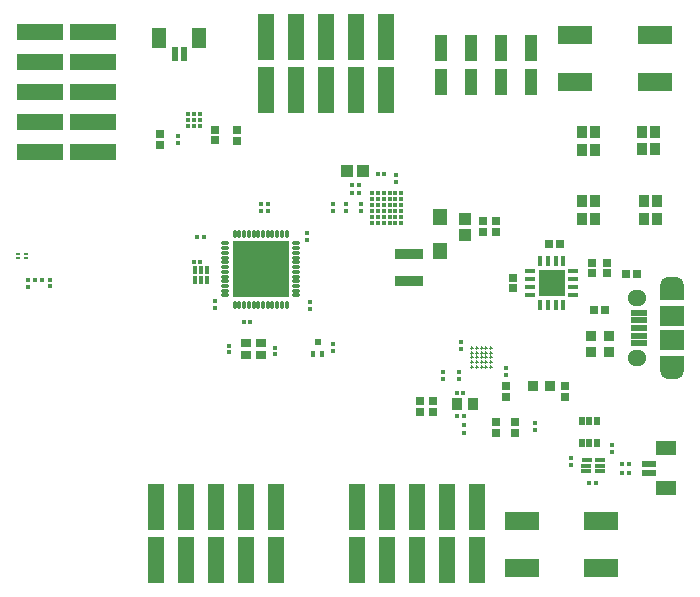
<source format=gts>
G04 Layer_Color=8388736*
%FSLAX25Y25*%
%MOIN*%
G70*
G01*
G75*
%ADD76R,0.01181X0.00984*%
%ADD87R,0.11227X0.05912*%
%ADD88R,0.01575X0.01772*%
%ADD89R,0.01772X0.01575*%
%ADD90R,0.03550X0.03550*%
%ADD91R,0.05400X0.15400*%
%ADD92R,0.15400X0.05400*%
%ADD93R,0.02369X0.04731*%
%ADD94R,0.05124X0.07093*%
%ADD95R,0.02762X0.02920*%
%ADD96R,0.02920X0.02762*%
%ADD97R,0.03550X0.04337*%
%ADD98R,0.01654X0.01654*%
%ADD99R,0.01654X0.01654*%
%ADD100R,0.04337X0.03943*%
%ADD101R,0.01384X0.02565*%
G04:AMPARAMS|DCode=102|XSize=12.94mil|YSize=12.94mil|CornerRadius=6.47mil|HoleSize=0mil|Usage=FLASHONLY|Rotation=0.000|XOffset=0mil|YOffset=0mil|HoleType=Round|Shape=RoundedRectangle|*
%AMROUNDEDRECTD102*
21,1,0.01294,0.00000,0,0,0.0*
21,1,0.00000,0.01294,0,0,0.0*
1,1,0.01294,0.00000,0.00000*
1,1,0.01294,0.00000,0.00000*
1,1,0.01294,0.00000,0.00000*
1,1,0.01294,0.00000,0.00000*
%
%ADD102ROUNDEDRECTD102*%
%ADD103C,0.01476*%
%ADD104C,0.01437*%
%ADD105R,0.04731X0.02369*%
%ADD106R,0.07093X0.05124*%
%ADD107R,0.03943X0.04337*%
%ADD108R,0.03195X0.04022*%
%ADD109R,0.09455X0.03747*%
%ADD110R,0.04416X0.09022*%
%ADD111R,0.01581X0.03235*%
%ADD112R,0.03235X0.01581*%
%ADD113R,0.08668X0.08668*%
%ADD114O,0.02959X0.01187*%
%ADD115O,0.01187X0.02959*%
%ADD116R,0.18904X0.18904*%
%ADD117R,0.02565X0.02762*%
%ADD118R,0.01975X0.02998*%
%ADD119R,0.05124X0.05321*%
%ADD120R,0.03740X0.01496*%
%ADD121R,0.03347X0.01496*%
%ADD122R,0.01817X0.02369*%
%ADD123R,0.01975X0.02369*%
%ADD124R,0.07880X0.05124*%
%ADD125R,0.05715X0.01975*%
%ADD126R,0.07880X0.06699*%
%ADD127R,0.03353X0.02959*%
%ADD128O,0.06306X0.05321*%
%ADD129O,0.07880X0.05223*%
%ADD130C,0.00598*%
D76*
X8816Y114148D02*
D03*
X8816Y115526D02*
D03*
X6454Y115526D02*
D03*
X6454Y114148D02*
D03*
D87*
X200787Y10726D02*
D03*
Y26474D02*
D03*
X174213Y10726D02*
D03*
Y26474D02*
D03*
X191913Y188474D02*
D03*
Y172726D02*
D03*
X218487Y188474D02*
D03*
Y172726D02*
D03*
D88*
X198981Y39073D02*
D03*
X196619D02*
D03*
X154881Y61423D02*
D03*
X152519D02*
D03*
X207619Y45573D02*
D03*
X209981D02*
D03*
X14381Y106998D02*
D03*
X12019D02*
D03*
D89*
X190800Y47435D02*
D03*
Y45073D02*
D03*
X204300Y51935D02*
D03*
Y49573D02*
D03*
X154100Y83742D02*
D03*
Y86104D02*
D03*
X155000Y56042D02*
D03*
Y58404D02*
D03*
X153200Y73761D02*
D03*
Y76123D02*
D03*
X168900Y75323D02*
D03*
Y77685D02*
D03*
X132200Y139619D02*
D03*
Y141981D02*
D03*
X111179Y129803D02*
D03*
Y132165D02*
D03*
X59500Y152419D02*
D03*
Y154781D02*
D03*
X111200Y83119D02*
D03*
Y85481D02*
D03*
X178500Y56719D02*
D03*
Y59081D02*
D03*
X89700Y129819D02*
D03*
Y132181D02*
D03*
X87200Y129819D02*
D03*
Y132181D02*
D03*
X147900Y76204D02*
D03*
Y73842D02*
D03*
D90*
X197247Y88373D02*
D03*
X203153D02*
D03*
X183753Y71523D02*
D03*
X177847D02*
D03*
X197247Y82873D02*
D03*
X203153D02*
D03*
D91*
X92400Y31150D02*
D03*
Y13650D02*
D03*
X82400Y31150D02*
D03*
Y13650D02*
D03*
X72400Y31150D02*
D03*
Y13650D02*
D03*
X62400Y31150D02*
D03*
Y13650D02*
D03*
X52400Y31150D02*
D03*
Y13650D02*
D03*
X89000Y170250D02*
D03*
Y187750D02*
D03*
X99000Y170250D02*
D03*
Y187750D02*
D03*
X109000Y170250D02*
D03*
Y187750D02*
D03*
X119000Y170250D02*
D03*
Y187750D02*
D03*
X129000Y170250D02*
D03*
Y187750D02*
D03*
X159400Y31150D02*
D03*
Y13650D02*
D03*
X149400Y31150D02*
D03*
Y13650D02*
D03*
X139400Y31150D02*
D03*
Y13650D02*
D03*
X129400Y31150D02*
D03*
Y13650D02*
D03*
X119400Y31150D02*
D03*
Y13650D02*
D03*
D92*
X31150Y149500D02*
D03*
X13650D02*
D03*
X31150Y159500D02*
D03*
X13650D02*
D03*
X31150Y169500D02*
D03*
X13650D02*
D03*
X31150Y179500D02*
D03*
X13650D02*
D03*
X31150Y189500D02*
D03*
X13650D02*
D03*
D93*
X58525Y182100D02*
D03*
X61675D02*
D03*
D94*
X66793Y187612D02*
D03*
X53407D02*
D03*
D95*
X183389Y118873D02*
D03*
X187011D02*
D03*
X202011Y96873D02*
D03*
X198389D02*
D03*
D96*
X188800Y67912D02*
D03*
Y71534D02*
D03*
X197700Y112684D02*
D03*
Y109062D02*
D03*
X202700Y112684D02*
D03*
Y109062D02*
D03*
X140400Y62912D02*
D03*
Y66534D02*
D03*
X144700Y62912D02*
D03*
Y66534D02*
D03*
X172100Y55962D02*
D03*
Y59584D02*
D03*
X169100Y67812D02*
D03*
Y71434D02*
D03*
X165500Y55962D02*
D03*
Y59584D02*
D03*
X53500Y151889D02*
D03*
Y155511D02*
D03*
X79300Y153289D02*
D03*
Y156911D02*
D03*
X72000Y153389D02*
D03*
Y157011D02*
D03*
X165700Y122889D02*
D03*
Y126511D02*
D03*
X161200Y122889D02*
D03*
Y126511D02*
D03*
X171200Y104062D02*
D03*
Y107684D02*
D03*
D97*
X219165Y133253D02*
D03*
X219165Y127347D02*
D03*
X214835Y127347D02*
D03*
X214835Y133253D02*
D03*
X198665Y156253D02*
D03*
X198665Y150347D02*
D03*
X194335Y150347D02*
D03*
X194335Y156253D02*
D03*
X198665Y133253D02*
D03*
X198665Y127347D02*
D03*
X194335Y127347D02*
D03*
X194335Y133253D02*
D03*
X218665Y156353D02*
D03*
X218665Y150447D02*
D03*
X214335Y150447D02*
D03*
X214335Y156353D02*
D03*
D98*
X154802Y69323D02*
D03*
X152598D02*
D03*
X128402Y142300D02*
D03*
X126198D02*
D03*
X117676Y135784D02*
D03*
X119881D02*
D03*
X117676Y138484D02*
D03*
X119881D02*
D03*
X64898Y112800D02*
D03*
X67102D02*
D03*
X66098Y121200D02*
D03*
X68302D02*
D03*
X83802Y92900D02*
D03*
X81598D02*
D03*
X209902Y42573D02*
D03*
X207698D02*
D03*
D99*
X120479Y132087D02*
D03*
Y129882D02*
D03*
X115779Y129982D02*
D03*
Y132187D02*
D03*
X102500Y122402D02*
D03*
Y120198D02*
D03*
X9600Y104695D02*
D03*
Y106900D02*
D03*
X17000Y104795D02*
D03*
Y107000D02*
D03*
X72000Y97698D02*
D03*
Y99902D02*
D03*
X103700Y97298D02*
D03*
Y99502D02*
D03*
X91900Y82098D02*
D03*
Y84302D02*
D03*
X76700Y85002D02*
D03*
Y82798D02*
D03*
D100*
X155400Y122043D02*
D03*
Y127357D02*
D03*
D101*
X65211Y106957D02*
D03*
X67180D02*
D03*
X69148D02*
D03*
Y110303D02*
D03*
X67180D02*
D03*
X65211D02*
D03*
D102*
X157676Y82698D02*
D03*
Y84272D02*
D03*
X159250D02*
D03*
Y82698D02*
D03*
X160825D02*
D03*
X157676Y81123D02*
D03*
X160825D02*
D03*
X157676Y79548D02*
D03*
Y77973D02*
D03*
X159250Y81123D02*
D03*
Y79548D02*
D03*
X160825D02*
D03*
X159250Y77973D02*
D03*
X160825D02*
D03*
X162400Y84272D02*
D03*
X160825D02*
D03*
X162400Y81123D02*
D03*
Y82698D02*
D03*
X163975Y84272D02*
D03*
Y81123D02*
D03*
Y82698D02*
D03*
X162400Y79548D02*
D03*
Y77973D02*
D03*
X163975Y79548D02*
D03*
Y77973D02*
D03*
D103*
X64900Y162268D02*
D03*
X62931D02*
D03*
Y160300D02*
D03*
X64900D02*
D03*
X62931Y158332D02*
D03*
X64900D02*
D03*
X66868Y162268D02*
D03*
Y160300D02*
D03*
Y158332D02*
D03*
D104*
X134100Y125963D02*
D03*
X132132D02*
D03*
X130163D02*
D03*
X128194D02*
D03*
X126226D02*
D03*
X124258D02*
D03*
X134100Y127931D02*
D03*
X132132D02*
D03*
X130163D02*
D03*
X128194D02*
D03*
X126226D02*
D03*
X124258D02*
D03*
X134100Y129900D02*
D03*
X132132D02*
D03*
X130163D02*
D03*
X128194D02*
D03*
X126226D02*
D03*
X124258D02*
D03*
X134100Y131869D02*
D03*
X132132D02*
D03*
X130163D02*
D03*
X128194D02*
D03*
X126226D02*
D03*
X124258D02*
D03*
X134100Y133837D02*
D03*
X132132D02*
D03*
X130163D02*
D03*
X128194D02*
D03*
X126226D02*
D03*
X124258D02*
D03*
X134100Y135805D02*
D03*
X132132D02*
D03*
X130163D02*
D03*
X128194D02*
D03*
X126226D02*
D03*
X124258D02*
D03*
D105*
X216800Y45648D02*
D03*
Y42498D02*
D03*
D106*
X222312Y37380D02*
D03*
Y50766D02*
D03*
D107*
X116121Y143284D02*
D03*
X121436D02*
D03*
D108*
X152544Y65423D02*
D03*
X158056D02*
D03*
D109*
X136779Y106557D02*
D03*
Y115612D02*
D03*
D110*
X167200Y172832D02*
D03*
Y184368D02*
D03*
X157200D02*
D03*
Y172832D02*
D03*
X147200Y184368D02*
D03*
Y172832D02*
D03*
X177200D02*
D03*
Y184368D02*
D03*
D111*
X180361Y113058D02*
D03*
X182921D02*
D03*
X185479D02*
D03*
X188039D02*
D03*
Y98688D02*
D03*
X185479D02*
D03*
X182921D02*
D03*
X180361D02*
D03*
D112*
X191385Y109712D02*
D03*
Y107153D02*
D03*
Y104594D02*
D03*
Y102035D02*
D03*
X177015D02*
D03*
Y104594D02*
D03*
Y107153D02*
D03*
Y109712D02*
D03*
D113*
X184200Y105873D02*
D03*
D114*
X99110Y101739D02*
D03*
Y103313D02*
D03*
Y104888D02*
D03*
Y106463D02*
D03*
Y108038D02*
D03*
Y109613D02*
D03*
Y111187D02*
D03*
Y112762D02*
D03*
Y114337D02*
D03*
Y115912D02*
D03*
Y117487D02*
D03*
Y119061D02*
D03*
X75291D02*
D03*
Y117487D02*
D03*
Y115912D02*
D03*
Y114337D02*
D03*
Y112762D02*
D03*
Y111187D02*
D03*
Y109613D02*
D03*
Y108038D02*
D03*
Y106463D02*
D03*
Y104888D02*
D03*
Y103313D02*
D03*
Y101739D02*
D03*
D115*
X95861Y122309D02*
D03*
X94287D02*
D03*
X92712D02*
D03*
X91137D02*
D03*
X89562D02*
D03*
X87987D02*
D03*
X86413D02*
D03*
X84838D02*
D03*
X83263D02*
D03*
X81688D02*
D03*
X80113D02*
D03*
X78539D02*
D03*
Y98491D02*
D03*
X80113D02*
D03*
X81688D02*
D03*
X83263D02*
D03*
X84838D02*
D03*
X86413D02*
D03*
X87987D02*
D03*
X89562D02*
D03*
X91137D02*
D03*
X92712D02*
D03*
X94287D02*
D03*
X95861D02*
D03*
D116*
X87200Y110400D02*
D03*
D117*
X212570Y108873D02*
D03*
X208830D02*
D03*
D118*
X194241Y52431D02*
D03*
X196800D02*
D03*
X199359D02*
D03*
Y59715D02*
D03*
X196800D02*
D03*
X194241D02*
D03*
D119*
X146979Y127893D02*
D03*
Y116476D02*
D03*
D120*
X195997Y47010D02*
D03*
D121*
X195800Y45042D02*
D03*
Y43073D02*
D03*
X200327Y47010D02*
D03*
Y45042D02*
D03*
Y43073D02*
D03*
D122*
X104625Y82231D02*
D03*
X107775D02*
D03*
D123*
X106200Y86168D02*
D03*
D124*
X224200Y102684D02*
D03*
X224200Y79062D02*
D03*
D125*
X213174Y85755D02*
D03*
X213174Y88314D02*
D03*
Y90873D02*
D03*
Y93432D02*
D03*
Y95991D02*
D03*
D126*
X224200Y95007D02*
D03*
Y86739D02*
D03*
D127*
X82141Y81932D02*
D03*
X87259D02*
D03*
X82141Y85869D02*
D03*
X87259D02*
D03*
D128*
X212586Y100716D02*
D03*
X212783Y81031D02*
D03*
D129*
X224198Y105046D02*
D03*
X224200Y76700D02*
D03*
D130*
X94287Y103313D02*
D03*
X89562D02*
D03*
X84838D02*
D03*
X80113D02*
D03*
X94287Y108038D02*
D03*
X89562D02*
D03*
X84838D02*
D03*
X80113D02*
D03*
X94287Y112762D02*
D03*
X89562D02*
D03*
X84838D02*
D03*
X80113D02*
D03*
X94287Y117487D02*
D03*
X89562D02*
D03*
X84838D02*
D03*
X80113D02*
D03*
M02*

</source>
